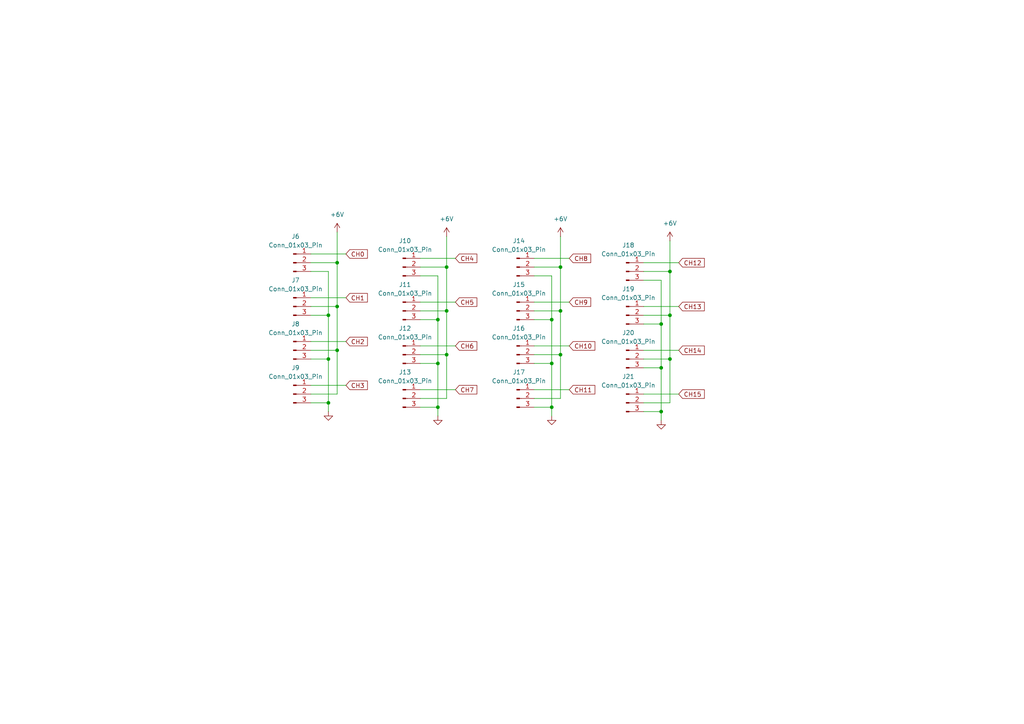
<source format=kicad_sch>
(kicad_sch
	(version 20231120)
	(generator "eeschema")
	(generator_version "8.0")
	(uuid "6b7aca81-24cc-47cc-8b03-5e592a982e18")
	(paper "A4")
	(lib_symbols
		(symbol "Connector:Conn_01x03_Pin"
			(pin_names
				(offset 1.016) hide)
			(exclude_from_sim no)
			(in_bom yes)
			(on_board yes)
			(property "Reference" "J"
				(at 0 5.08 0)
				(effects
					(font
						(size 1.27 1.27)
					)
				)
			)
			(property "Value" "Conn_01x03_Pin"
				(at 0 -5.08 0)
				(effects
					(font
						(size 1.27 1.27)
					)
				)
			)
			(property "Footprint" ""
				(at 0 0 0)
				(effects
					(font
						(size 1.27 1.27)
					)
					(hide yes)
				)
			)
			(property "Datasheet" "~"
				(at 0 0 0)
				(effects
					(font
						(size 1.27 1.27)
					)
					(hide yes)
				)
			)
			(property "Description" "Generic connector, single row, 01x03, script generated"
				(at 0 0 0)
				(effects
					(font
						(size 1.27 1.27)
					)
					(hide yes)
				)
			)
			(property "ki_locked" ""
				(at 0 0 0)
				(effects
					(font
						(size 1.27 1.27)
					)
				)
			)
			(property "ki_keywords" "connector"
				(at 0 0 0)
				(effects
					(font
						(size 1.27 1.27)
					)
					(hide yes)
				)
			)
			(property "ki_fp_filters" "Connector*:*_1x??_*"
				(at 0 0 0)
				(effects
					(font
						(size 1.27 1.27)
					)
					(hide yes)
				)
			)
			(symbol "Conn_01x03_Pin_1_1"
				(polyline
					(pts
						(xy 1.27 -2.54) (xy 0.8636 -2.54)
					)
					(stroke
						(width 0.1524)
						(type default)
					)
					(fill
						(type none)
					)
				)
				(polyline
					(pts
						(xy 1.27 0) (xy 0.8636 0)
					)
					(stroke
						(width 0.1524)
						(type default)
					)
					(fill
						(type none)
					)
				)
				(polyline
					(pts
						(xy 1.27 2.54) (xy 0.8636 2.54)
					)
					(stroke
						(width 0.1524)
						(type default)
					)
					(fill
						(type none)
					)
				)
				(rectangle
					(start 0.8636 -2.413)
					(end 0 -2.667)
					(stroke
						(width 0.1524)
						(type default)
					)
					(fill
						(type outline)
					)
				)
				(rectangle
					(start 0.8636 0.127)
					(end 0 -0.127)
					(stroke
						(width 0.1524)
						(type default)
					)
					(fill
						(type outline)
					)
				)
				(rectangle
					(start 0.8636 2.667)
					(end 0 2.413)
					(stroke
						(width 0.1524)
						(type default)
					)
					(fill
						(type outline)
					)
				)
				(pin passive line
					(at 5.08 2.54 180)
					(length 3.81)
					(name "Pin_1"
						(effects
							(font
								(size 1.27 1.27)
							)
						)
					)
					(number "1"
						(effects
							(font
								(size 1.27 1.27)
							)
						)
					)
				)
				(pin passive line
					(at 5.08 0 180)
					(length 3.81)
					(name "Pin_2"
						(effects
							(font
								(size 1.27 1.27)
							)
						)
					)
					(number "2"
						(effects
							(font
								(size 1.27 1.27)
							)
						)
					)
				)
				(pin passive line
					(at 5.08 -2.54 180)
					(length 3.81)
					(name "Pin_3"
						(effects
							(font
								(size 1.27 1.27)
							)
						)
					)
					(number "3"
						(effects
							(font
								(size 1.27 1.27)
							)
						)
					)
				)
			)
		)
		(symbol "power:+6V"
			(power)
			(pin_numbers hide)
			(pin_names
				(offset 0) hide)
			(exclude_from_sim no)
			(in_bom yes)
			(on_board yes)
			(property "Reference" "#PWR"
				(at 0 -3.81 0)
				(effects
					(font
						(size 1.27 1.27)
					)
					(hide yes)
				)
			)
			(property "Value" "+6V"
				(at 0 3.556 0)
				(effects
					(font
						(size 1.27 1.27)
					)
				)
			)
			(property "Footprint" ""
				(at 0 0 0)
				(effects
					(font
						(size 1.27 1.27)
					)
					(hide yes)
				)
			)
			(property "Datasheet" ""
				(at 0 0 0)
				(effects
					(font
						(size 1.27 1.27)
					)
					(hide yes)
				)
			)
			(property "Description" "Power symbol creates a global label with name \"+6V\""
				(at 0 0 0)
				(effects
					(font
						(size 1.27 1.27)
					)
					(hide yes)
				)
			)
			(property "ki_keywords" "global power"
				(at 0 0 0)
				(effects
					(font
						(size 1.27 1.27)
					)
					(hide yes)
				)
			)
			(symbol "+6V_0_1"
				(polyline
					(pts
						(xy -0.762 1.27) (xy 0 2.54)
					)
					(stroke
						(width 0)
						(type default)
					)
					(fill
						(type none)
					)
				)
				(polyline
					(pts
						(xy 0 0) (xy 0 2.54)
					)
					(stroke
						(width 0)
						(type default)
					)
					(fill
						(type none)
					)
				)
				(polyline
					(pts
						(xy 0 2.54) (xy 0.762 1.27)
					)
					(stroke
						(width 0)
						(type default)
					)
					(fill
						(type none)
					)
				)
			)
			(symbol "+6V_1_1"
				(pin power_in line
					(at 0 0 90)
					(length 0)
					(name "~"
						(effects
							(font
								(size 1.27 1.27)
							)
						)
					)
					(number "1"
						(effects
							(font
								(size 1.27 1.27)
							)
						)
					)
				)
			)
		)
		(symbol "power:GND"
			(power)
			(pin_numbers hide)
			(pin_names
				(offset 0) hide)
			(exclude_from_sim no)
			(in_bom yes)
			(on_board yes)
			(property "Reference" "#PWR"
				(at 0 -6.35 0)
				(effects
					(font
						(size 1.27 1.27)
					)
					(hide yes)
				)
			)
			(property "Value" "GND"
				(at 0 -3.81 0)
				(effects
					(font
						(size 1.27 1.27)
					)
				)
			)
			(property "Footprint" ""
				(at 0 0 0)
				(effects
					(font
						(size 1.27 1.27)
					)
					(hide yes)
				)
			)
			(property "Datasheet" ""
				(at 0 0 0)
				(effects
					(font
						(size 1.27 1.27)
					)
					(hide yes)
				)
			)
			(property "Description" "Power symbol creates a global label with name \"GND\" , ground"
				(at 0 0 0)
				(effects
					(font
						(size 1.27 1.27)
					)
					(hide yes)
				)
			)
			(property "ki_keywords" "global power"
				(at 0 0 0)
				(effects
					(font
						(size 1.27 1.27)
					)
					(hide yes)
				)
			)
			(symbol "GND_0_1"
				(polyline
					(pts
						(xy 0 0) (xy 0 -1.27) (xy 1.27 -1.27) (xy 0 -2.54) (xy -1.27 -1.27) (xy 0 -1.27)
					)
					(stroke
						(width 0)
						(type default)
					)
					(fill
						(type none)
					)
				)
			)
			(symbol "GND_1_1"
				(pin power_in line
					(at 0 0 270)
					(length 0)
					(name "~"
						(effects
							(font
								(size 1.27 1.27)
							)
						)
					)
					(number "1"
						(effects
							(font
								(size 1.27 1.27)
							)
						)
					)
				)
			)
		)
	)
	(junction
		(at 129.54 90.17)
		(diameter 0)
		(color 0 0 0 0)
		(uuid "03e6de5c-44c2-41e8-a3b8-894ad6a2f10e")
	)
	(junction
		(at 97.79 88.9)
		(diameter 0)
		(color 0 0 0 0)
		(uuid "06573912-7cf9-457f-97ed-35c270603307")
	)
	(junction
		(at 162.56 90.17)
		(diameter 0)
		(color 0 0 0 0)
		(uuid "17db8ce2-67e2-4178-9c06-737b143704c9")
	)
	(junction
		(at 191.77 106.68)
		(diameter 0)
		(color 0 0 0 0)
		(uuid "1a55b18c-9327-4086-b938-e34cd5a6226b")
	)
	(junction
		(at 127 92.71)
		(diameter 0)
		(color 0 0 0 0)
		(uuid "3f89f6e1-421c-45e1-a97a-8bd454bd4a40")
	)
	(junction
		(at 162.56 77.47)
		(diameter 0)
		(color 0 0 0 0)
		(uuid "62dacb6b-daa6-43a4-9385-be56abac56d1")
	)
	(junction
		(at 194.31 91.44)
		(diameter 0)
		(color 0 0 0 0)
		(uuid "64e6b948-8940-42ea-a1f1-22915447597b")
	)
	(junction
		(at 191.77 93.98)
		(diameter 0)
		(color 0 0 0 0)
		(uuid "6a10b171-f1d8-41ba-b1e2-c319e40d4821")
	)
	(junction
		(at 194.31 78.74)
		(diameter 0)
		(color 0 0 0 0)
		(uuid "72203160-e99c-472e-9de7-9b8b48f745eb")
	)
	(junction
		(at 160.02 105.41)
		(diameter 0)
		(color 0 0 0 0)
		(uuid "76ff6d1c-5ff1-4e23-aad0-e1699edd190f")
	)
	(junction
		(at 129.54 77.47)
		(diameter 0)
		(color 0 0 0 0)
		(uuid "88670584-c6a0-426a-bc8b-9ee06f889b6e")
	)
	(junction
		(at 127 105.41)
		(diameter 0)
		(color 0 0 0 0)
		(uuid "95e17d19-65f0-4c05-a4c8-54de59b8616b")
	)
	(junction
		(at 97.79 101.6)
		(diameter 0)
		(color 0 0 0 0)
		(uuid "96290b5e-5030-440a-a69c-1793c930bd48")
	)
	(junction
		(at 97.79 76.2)
		(diameter 0)
		(color 0 0 0 0)
		(uuid "9cc17002-9ed3-4694-a0f9-f384831abdec")
	)
	(junction
		(at 160.02 118.11)
		(diameter 0)
		(color 0 0 0 0)
		(uuid "a299a714-b7af-4de6-b380-1dbf0b3e8679")
	)
	(junction
		(at 194.31 104.14)
		(diameter 0)
		(color 0 0 0 0)
		(uuid "a4c7e1ec-bc30-41ad-b566-203a1a2a87fb")
	)
	(junction
		(at 95.25 116.84)
		(diameter 0)
		(color 0 0 0 0)
		(uuid "a7fa8055-094c-49c7-bafb-e17c9baa5a58")
	)
	(junction
		(at 191.77 119.38)
		(diameter 0)
		(color 0 0 0 0)
		(uuid "b6cec0f6-9a01-489f-8dab-0af4cd178b70")
	)
	(junction
		(at 160.02 92.71)
		(diameter 0)
		(color 0 0 0 0)
		(uuid "c5e4367a-f250-4a03-87ee-00380daf274d")
	)
	(junction
		(at 162.56 102.87)
		(diameter 0)
		(color 0 0 0 0)
		(uuid "c64351a7-932c-419b-b74b-d87acfd0936b")
	)
	(junction
		(at 127 118.11)
		(diameter 0)
		(color 0 0 0 0)
		(uuid "d15ec046-6add-435d-bbce-04a26e62c765")
	)
	(junction
		(at 95.25 91.44)
		(diameter 0)
		(color 0 0 0 0)
		(uuid "d2873500-2323-436f-a455-16f49a284630")
	)
	(junction
		(at 95.25 104.14)
		(diameter 0)
		(color 0 0 0 0)
		(uuid "dc377d8f-bfc6-41d6-9463-e9476db68ae9")
	)
	(junction
		(at 129.54 102.87)
		(diameter 0)
		(color 0 0 0 0)
		(uuid "f9cb9ae9-d9fc-4294-9db2-9ae10282bdd4")
	)
	(wire
		(pts
			(xy 127 92.71) (xy 127 105.41)
		)
		(stroke
			(width 0)
			(type default)
		)
		(uuid "054ec96a-89f7-43f9-8849-2fa2903a359f")
	)
	(wire
		(pts
			(xy 121.92 100.33) (xy 132.08 100.33)
		)
		(stroke
			(width 0)
			(type default)
		)
		(uuid "0711913e-919d-4d6f-a6b0-f2ee8e56a101")
	)
	(wire
		(pts
			(xy 186.69 119.38) (xy 191.77 119.38)
		)
		(stroke
			(width 0)
			(type default)
		)
		(uuid "0d8af804-ca05-4ba8-9fca-2cb34756c4e2")
	)
	(wire
		(pts
			(xy 90.17 86.36) (xy 100.33 86.36)
		)
		(stroke
			(width 0)
			(type default)
		)
		(uuid "0ed98738-aaa3-4ac8-b3cc-f5f6210e68e9")
	)
	(wire
		(pts
			(xy 162.56 102.87) (xy 162.56 90.17)
		)
		(stroke
			(width 0)
			(type default)
		)
		(uuid "0f39468c-5fc8-4257-aff6-e3912752b4e8")
	)
	(wire
		(pts
			(xy 186.69 114.3) (xy 196.85 114.3)
		)
		(stroke
			(width 0)
			(type default)
		)
		(uuid "0fabfd96-94ab-4f27-a5d1-cbb8c947857b")
	)
	(wire
		(pts
			(xy 90.17 73.66) (xy 100.33 73.66)
		)
		(stroke
			(width 0)
			(type default)
		)
		(uuid "12f0ee62-e97a-490d-a376-6060c49ad005")
	)
	(wire
		(pts
			(xy 154.94 77.47) (xy 162.56 77.47)
		)
		(stroke
			(width 0)
			(type default)
		)
		(uuid "17d31a5c-e8be-4969-8e42-a81948902a49")
	)
	(wire
		(pts
			(xy 194.31 116.84) (xy 194.31 104.14)
		)
		(stroke
			(width 0)
			(type default)
		)
		(uuid "1f3f0b74-36e3-4d48-b8fb-14e6d945db30")
	)
	(wire
		(pts
			(xy 90.17 88.9) (xy 97.79 88.9)
		)
		(stroke
			(width 0)
			(type default)
		)
		(uuid "23602e2b-cc63-4393-8678-5b1ffe13a421")
	)
	(wire
		(pts
			(xy 90.17 116.84) (xy 95.25 116.84)
		)
		(stroke
			(width 0)
			(type default)
		)
		(uuid "25bd309d-a77d-43d8-93a7-9b99f778bbbc")
	)
	(wire
		(pts
			(xy 95.25 78.74) (xy 95.25 91.44)
		)
		(stroke
			(width 0)
			(type default)
		)
		(uuid "2c128cab-eec4-4b94-b331-117611b91f1a")
	)
	(wire
		(pts
			(xy 121.92 87.63) (xy 132.08 87.63)
		)
		(stroke
			(width 0)
			(type default)
		)
		(uuid "2d8aaf9a-2636-480d-8b2d-ee1e2e1add23")
	)
	(wire
		(pts
			(xy 154.94 87.63) (xy 165.1 87.63)
		)
		(stroke
			(width 0)
			(type default)
		)
		(uuid "35698a28-9e0d-470a-83e6-6d7f29b3ccb2")
	)
	(wire
		(pts
			(xy 121.92 118.11) (xy 127 118.11)
		)
		(stroke
			(width 0)
			(type default)
		)
		(uuid "366d1220-c418-4239-b66d-5875ede076bf")
	)
	(wire
		(pts
			(xy 186.69 78.74) (xy 194.31 78.74)
		)
		(stroke
			(width 0)
			(type default)
		)
		(uuid "3ccdcbd0-cfdb-468f-8e77-1a4191d0fa0c")
	)
	(wire
		(pts
			(xy 95.25 91.44) (xy 95.25 104.14)
		)
		(stroke
			(width 0)
			(type default)
		)
		(uuid "3d6faa55-c88e-4f4b-bcaf-3793fa9a1833")
	)
	(wire
		(pts
			(xy 186.69 104.14) (xy 194.31 104.14)
		)
		(stroke
			(width 0)
			(type default)
		)
		(uuid "3f14ebf8-bf12-488e-b334-043678ae18c1")
	)
	(wire
		(pts
			(xy 186.69 88.9) (xy 196.85 88.9)
		)
		(stroke
			(width 0)
			(type default)
		)
		(uuid "41984c52-d7f0-4e5d-85f2-58fcd71043b9")
	)
	(wire
		(pts
			(xy 154.94 80.01) (xy 160.02 80.01)
		)
		(stroke
			(width 0)
			(type default)
		)
		(uuid "41b9aca0-8a4e-4b43-8706-34cc6361b8e2")
	)
	(wire
		(pts
			(xy 186.69 81.28) (xy 191.77 81.28)
		)
		(stroke
			(width 0)
			(type default)
		)
		(uuid "41d88317-305c-4f36-b150-9b345e2aeefa")
	)
	(wire
		(pts
			(xy 97.79 101.6) (xy 97.79 88.9)
		)
		(stroke
			(width 0)
			(type default)
		)
		(uuid "4391aa8c-940b-4e11-aefc-3efb56888cc6")
	)
	(wire
		(pts
			(xy 97.79 114.3) (xy 97.79 101.6)
		)
		(stroke
			(width 0)
			(type default)
		)
		(uuid "454bda98-175c-4dea-9f7a-3cd4fb497786")
	)
	(wire
		(pts
			(xy 90.17 114.3) (xy 97.79 114.3)
		)
		(stroke
			(width 0)
			(type default)
		)
		(uuid "484d5512-6e2f-4ddb-876f-63586090d154")
	)
	(wire
		(pts
			(xy 129.54 102.87) (xy 129.54 90.17)
		)
		(stroke
			(width 0)
			(type default)
		)
		(uuid "4e8212d2-7ec5-4a8d-ac01-24951675aa04")
	)
	(wire
		(pts
			(xy 191.77 93.98) (xy 191.77 106.68)
		)
		(stroke
			(width 0)
			(type default)
		)
		(uuid "4ee42b7c-927b-4066-ac8f-72da8e6be86c")
	)
	(wire
		(pts
			(xy 129.54 115.57) (xy 129.54 102.87)
		)
		(stroke
			(width 0)
			(type default)
		)
		(uuid "4f117639-afb3-4c4e-8bd2-01da53973b70")
	)
	(wire
		(pts
			(xy 160.02 92.71) (xy 160.02 105.41)
		)
		(stroke
			(width 0)
			(type default)
		)
		(uuid "50b71a9c-461f-4d73-878e-f4db1f1a6853")
	)
	(wire
		(pts
			(xy 121.92 77.47) (xy 129.54 77.47)
		)
		(stroke
			(width 0)
			(type default)
		)
		(uuid "5216ae10-368e-4983-9077-1ada16547175")
	)
	(wire
		(pts
			(xy 127 105.41) (xy 127 118.11)
		)
		(stroke
			(width 0)
			(type default)
		)
		(uuid "5cdbf2af-a606-4ca1-a709-7c2f996d9c93")
	)
	(wire
		(pts
			(xy 95.25 104.14) (xy 95.25 116.84)
		)
		(stroke
			(width 0)
			(type default)
		)
		(uuid "5d7f37ca-5347-4f69-abaf-0a3305d07f13")
	)
	(wire
		(pts
			(xy 154.94 100.33) (xy 165.1 100.33)
		)
		(stroke
			(width 0)
			(type default)
		)
		(uuid "646e981c-ee41-472e-b789-a319d8efd29b")
	)
	(wire
		(pts
			(xy 97.79 76.2) (xy 97.79 67.31)
		)
		(stroke
			(width 0)
			(type default)
		)
		(uuid "6b057938-c853-4a9c-aaf8-f0aaf20362b0")
	)
	(wire
		(pts
			(xy 90.17 101.6) (xy 97.79 101.6)
		)
		(stroke
			(width 0)
			(type default)
		)
		(uuid "7a8ec000-638b-42a1-a95a-931be03e9244")
	)
	(wire
		(pts
			(xy 154.94 118.11) (xy 160.02 118.11)
		)
		(stroke
			(width 0)
			(type default)
		)
		(uuid "7eb37af7-d818-4611-8506-688a501f5bd4")
	)
	(wire
		(pts
			(xy 154.94 113.03) (xy 165.1 113.03)
		)
		(stroke
			(width 0)
			(type default)
		)
		(uuid "8087196b-bdc6-4204-a67b-3207ecbec074")
	)
	(wire
		(pts
			(xy 121.92 105.41) (xy 127 105.41)
		)
		(stroke
			(width 0)
			(type default)
		)
		(uuid "84a64b27-ba58-48f3-a394-889a9063ffb5")
	)
	(wire
		(pts
			(xy 90.17 111.76) (xy 100.33 111.76)
		)
		(stroke
			(width 0)
			(type default)
		)
		(uuid "8abfbdae-3864-4106-9e70-d9c7fb7704a7")
	)
	(wire
		(pts
			(xy 121.92 74.93) (xy 132.08 74.93)
		)
		(stroke
			(width 0)
			(type default)
		)
		(uuid "9401016a-4645-4b7c-98c7-fa5c36d6f416")
	)
	(wire
		(pts
			(xy 121.92 113.03) (xy 132.08 113.03)
		)
		(stroke
			(width 0)
			(type default)
		)
		(uuid "959e6d97-75d2-4d6b-bc27-82c6907e235a")
	)
	(wire
		(pts
			(xy 154.94 102.87) (xy 162.56 102.87)
		)
		(stroke
			(width 0)
			(type default)
		)
		(uuid "9a9ef16d-8b67-4d61-b779-6cfacbc5b52b")
	)
	(wire
		(pts
			(xy 121.92 115.57) (xy 129.54 115.57)
		)
		(stroke
			(width 0)
			(type default)
		)
		(uuid "9bfd7ad7-1d6b-477b-9c90-cb586889bcaf")
	)
	(wire
		(pts
			(xy 154.94 115.57) (xy 162.56 115.57)
		)
		(stroke
			(width 0)
			(type default)
		)
		(uuid "9c844d96-8848-413c-8960-50e1b132ebd1")
	)
	(wire
		(pts
			(xy 127 80.01) (xy 127 92.71)
		)
		(stroke
			(width 0)
			(type default)
		)
		(uuid "9e8b5372-81ab-4b1d-a68b-9ad59f68fec9")
	)
	(wire
		(pts
			(xy 90.17 76.2) (xy 97.79 76.2)
		)
		(stroke
			(width 0)
			(type default)
		)
		(uuid "a3d42137-2c75-4990-97ab-7d1f105a82db")
	)
	(wire
		(pts
			(xy 186.69 76.2) (xy 196.85 76.2)
		)
		(stroke
			(width 0)
			(type default)
		)
		(uuid "a57d1675-491b-4b70-a67a-962c64d6a8d1")
	)
	(wire
		(pts
			(xy 90.17 99.06) (xy 100.33 99.06)
		)
		(stroke
			(width 0)
			(type default)
		)
		(uuid "a66b31d2-31cd-4c6b-991a-9e86a14b0e38")
	)
	(wire
		(pts
			(xy 162.56 115.57) (xy 162.56 102.87)
		)
		(stroke
			(width 0)
			(type default)
		)
		(uuid "a7f3ad71-b72f-4d83-940e-1d29e2540699")
	)
	(wire
		(pts
			(xy 154.94 74.93) (xy 165.1 74.93)
		)
		(stroke
			(width 0)
			(type default)
		)
		(uuid "a8d173c2-a87e-4438-87b5-4fcf276a8f60")
	)
	(wire
		(pts
			(xy 160.02 80.01) (xy 160.02 92.71)
		)
		(stroke
			(width 0)
			(type default)
		)
		(uuid "ac3b78a5-597b-4d95-bb3e-839c560e78aa")
	)
	(wire
		(pts
			(xy 186.69 93.98) (xy 191.77 93.98)
		)
		(stroke
			(width 0)
			(type default)
		)
		(uuid "b13c2250-626c-4333-a887-a1d485d1fad3")
	)
	(wire
		(pts
			(xy 121.92 90.17) (xy 129.54 90.17)
		)
		(stroke
			(width 0)
			(type default)
		)
		(uuid "b2e4d445-c693-4ec0-bc3b-bf8fa8874444")
	)
	(wire
		(pts
			(xy 90.17 78.74) (xy 95.25 78.74)
		)
		(stroke
			(width 0)
			(type default)
		)
		(uuid "b3067f64-0908-4fa3-a20d-5499b2d4e8b8")
	)
	(wire
		(pts
			(xy 121.92 102.87) (xy 129.54 102.87)
		)
		(stroke
			(width 0)
			(type default)
		)
		(uuid "b35855e1-4c37-4cbf-851e-b245d52c01ba")
	)
	(wire
		(pts
			(xy 162.56 90.17) (xy 162.56 77.47)
		)
		(stroke
			(width 0)
			(type default)
		)
		(uuid "b7e4dbb9-73ac-466d-a7df-82268d56b002")
	)
	(wire
		(pts
			(xy 121.92 92.71) (xy 127 92.71)
		)
		(stroke
			(width 0)
			(type default)
		)
		(uuid "b8a2291f-d8ad-401b-bdc3-5599338653a6")
	)
	(wire
		(pts
			(xy 186.69 116.84) (xy 194.31 116.84)
		)
		(stroke
			(width 0)
			(type default)
		)
		(uuid "b97ab692-2a1c-4531-b5ce-ee5d0cb79506")
	)
	(wire
		(pts
			(xy 194.31 91.44) (xy 194.31 78.74)
		)
		(stroke
			(width 0)
			(type default)
		)
		(uuid "ba51c7de-f147-400b-9d4a-bf9098776154")
	)
	(wire
		(pts
			(xy 194.31 78.74) (xy 194.31 69.85)
		)
		(stroke
			(width 0)
			(type default)
		)
		(uuid "bad644b9-1906-48dc-a81d-c30ff201b4aa")
	)
	(wire
		(pts
			(xy 186.69 91.44) (xy 194.31 91.44)
		)
		(stroke
			(width 0)
			(type default)
		)
		(uuid "bf23ad80-be9a-4de4-8ac0-b947f1f15d1f")
	)
	(wire
		(pts
			(xy 194.31 104.14) (xy 194.31 91.44)
		)
		(stroke
			(width 0)
			(type default)
		)
		(uuid "c1127ff7-c5d6-41f0-91e2-9e03620aa065")
	)
	(wire
		(pts
			(xy 154.94 92.71) (xy 160.02 92.71)
		)
		(stroke
			(width 0)
			(type default)
		)
		(uuid "c45dcbe5-b47a-4491-aa6a-cfe016e10b11")
	)
	(wire
		(pts
			(xy 154.94 105.41) (xy 160.02 105.41)
		)
		(stroke
			(width 0)
			(type default)
		)
		(uuid "cd8e55e3-649d-4883-ae7e-48559a0570ff")
	)
	(wire
		(pts
			(xy 191.77 81.28) (xy 191.77 93.98)
		)
		(stroke
			(width 0)
			(type default)
		)
		(uuid "d147a7ee-40fb-4f31-a3a9-fc5f53db8ef8")
	)
	(wire
		(pts
			(xy 162.56 77.47) (xy 162.56 68.58)
		)
		(stroke
			(width 0)
			(type default)
		)
		(uuid "d190e1dd-3b28-45f1-8eb5-3c99af2b621b")
	)
	(wire
		(pts
			(xy 191.77 119.38) (xy 191.77 121.92)
		)
		(stroke
			(width 0)
			(type default)
		)
		(uuid "d1b97aab-310c-4502-a010-f5617683babc")
	)
	(wire
		(pts
			(xy 129.54 90.17) (xy 129.54 77.47)
		)
		(stroke
			(width 0)
			(type default)
		)
		(uuid "d4ae25cb-2318-4454-ad50-ab62ebaf35f0")
	)
	(wire
		(pts
			(xy 154.94 90.17) (xy 162.56 90.17)
		)
		(stroke
			(width 0)
			(type default)
		)
		(uuid "d78b760d-3833-4cb7-8b1b-433e5b772967")
	)
	(wire
		(pts
			(xy 160.02 105.41) (xy 160.02 118.11)
		)
		(stroke
			(width 0)
			(type default)
		)
		(uuid "d7a65d73-8a25-48c6-ac46-2b45f303dab2")
	)
	(wire
		(pts
			(xy 160.02 118.11) (xy 160.02 120.65)
		)
		(stroke
			(width 0)
			(type default)
		)
		(uuid "d9b1bd9b-5092-404b-8bc9-ed09867a4022")
	)
	(wire
		(pts
			(xy 95.25 116.84) (xy 95.25 119.38)
		)
		(stroke
			(width 0)
			(type default)
		)
		(uuid "da0b81bb-5969-4012-9741-6c6a2cdf4282")
	)
	(wire
		(pts
			(xy 186.69 106.68) (xy 191.77 106.68)
		)
		(stroke
			(width 0)
			(type default)
		)
		(uuid "dd52cc40-4724-4212-b694-a35ac840b427")
	)
	(wire
		(pts
			(xy 191.77 106.68) (xy 191.77 119.38)
		)
		(stroke
			(width 0)
			(type default)
		)
		(uuid "e429687d-f99d-42cb-b325-74e0b6c1784e")
	)
	(wire
		(pts
			(xy 129.54 77.47) (xy 129.54 68.58)
		)
		(stroke
			(width 0)
			(type default)
		)
		(uuid "ecef2df8-e8de-4692-ae77-0d8af7c8d62a")
	)
	(wire
		(pts
			(xy 90.17 104.14) (xy 95.25 104.14)
		)
		(stroke
			(width 0)
			(type default)
		)
		(uuid "f000a2fa-8abf-4e99-a378-2d09241ed85b")
	)
	(wire
		(pts
			(xy 127 118.11) (xy 127 120.65)
		)
		(stroke
			(width 0)
			(type default)
		)
		(uuid "f3c3533d-db2b-423e-8409-5e77fdda0c77")
	)
	(wire
		(pts
			(xy 97.79 88.9) (xy 97.79 76.2)
		)
		(stroke
			(width 0)
			(type default)
		)
		(uuid "f80c8abe-6403-4337-a98d-2a055ade9d99")
	)
	(wire
		(pts
			(xy 186.69 101.6) (xy 196.85 101.6)
		)
		(stroke
			(width 0)
			(type default)
		)
		(uuid "f9561001-1516-4bfc-a013-5d10b6a2ebf1")
	)
	(wire
		(pts
			(xy 121.92 80.01) (xy 127 80.01)
		)
		(stroke
			(width 0)
			(type default)
		)
		(uuid "f9db71dd-e678-46e2-a984-c8aec58aadd5")
	)
	(wire
		(pts
			(xy 90.17 91.44) (xy 95.25 91.44)
		)
		(stroke
			(width 0)
			(type default)
		)
		(uuid "fc7f0955-fbb2-44e1-a534-3ed80a429421")
	)
	(global_label "CH6"
		(shape input)
		(at 132.08 100.33 0)
		(fields_autoplaced yes)
		(effects
			(font
				(size 1.27 1.27)
			)
			(justify left)
		)
		(uuid "050e902c-0efa-4888-9fde-0fed5ff44537")
		(property "Intersheetrefs" "${INTERSHEET_REFS}"
			(at 138.8752 100.33 0)
			(effects
				(font
					(size 1.27 1.27)
				)
				(justify left)
				(hide yes)
			)
		)
	)
	(global_label "CH5"
		(shape input)
		(at 132.08 87.63 0)
		(fields_autoplaced yes)
		(effects
			(font
				(size 1.27 1.27)
			)
			(justify left)
		)
		(uuid "09a4b12d-8459-4fde-8b4b-8272b94d6740")
		(property "Intersheetrefs" "${INTERSHEET_REFS}"
			(at 138.8752 87.63 0)
			(effects
				(font
					(size 1.27 1.27)
				)
				(justify left)
				(hide yes)
			)
		)
	)
	(global_label "CH10"
		(shape input)
		(at 165.1 100.33 0)
		(fields_autoplaced yes)
		(effects
			(font
				(size 1.27 1.27)
			)
			(justify left)
		)
		(uuid "1c9e16de-3dfe-4c20-8915-2b4a46fc900c")
		(property "Intersheetrefs" "${INTERSHEET_REFS}"
			(at 173.1047 100.33 0)
			(effects
				(font
					(size 1.27 1.27)
				)
				(justify left)
				(hide yes)
			)
		)
	)
	(global_label "CH13"
		(shape input)
		(at 196.85 88.9 0)
		(fields_autoplaced yes)
		(effects
			(font
				(size 1.27 1.27)
			)
			(justify left)
		)
		(uuid "312d7b93-1f88-4f7b-90d9-36207e5e8a10")
		(property "Intersheetrefs" "${INTERSHEET_REFS}"
			(at 204.8547 88.9 0)
			(effects
				(font
					(size 1.27 1.27)
				)
				(justify left)
				(hide yes)
			)
		)
	)
	(global_label "CH3"
		(shape input)
		(at 100.33 111.76 0)
		(fields_autoplaced yes)
		(effects
			(font
				(size 1.27 1.27)
			)
			(justify left)
		)
		(uuid "43033b4d-47fb-415f-85d4-e7377b099c35")
		(property "Intersheetrefs" "${INTERSHEET_REFS}"
			(at 107.1252 111.76 0)
			(effects
				(font
					(size 1.27 1.27)
				)
				(justify left)
				(hide yes)
			)
		)
	)
	(global_label "CH1"
		(shape input)
		(at 100.33 86.36 0)
		(fields_autoplaced yes)
		(effects
			(font
				(size 1.27 1.27)
			)
			(justify left)
		)
		(uuid "57166326-7ac5-4881-8374-af80b02a2569")
		(property "Intersheetrefs" "${INTERSHEET_REFS}"
			(at 107.1252 86.36 0)
			(effects
				(font
					(size 1.27 1.27)
				)
				(justify left)
				(hide yes)
			)
		)
	)
	(global_label "CH2"
		(shape input)
		(at 100.33 99.06 0)
		(fields_autoplaced yes)
		(effects
			(font
				(size 1.27 1.27)
			)
			(justify left)
		)
		(uuid "6eacadc2-85cd-4e60-ab51-b574fce094bc")
		(property "Intersheetrefs" "${INTERSHEET_REFS}"
			(at 107.1252 99.06 0)
			(effects
				(font
					(size 1.27 1.27)
				)
				(justify left)
				(hide yes)
			)
		)
	)
	(global_label "CH8"
		(shape input)
		(at 165.1 74.93 0)
		(fields_autoplaced yes)
		(effects
			(font
				(size 1.27 1.27)
			)
			(justify left)
		)
		(uuid "6eb64c57-ea53-4f16-b16f-a7cd4265e43e")
		(property "Intersheetrefs" "${INTERSHEET_REFS}"
			(at 171.8952 74.93 0)
			(effects
				(font
					(size 1.27 1.27)
				)
				(justify left)
				(hide yes)
			)
		)
	)
	(global_label "CH9"
		(shape input)
		(at 165.1 87.63 0)
		(fields_autoplaced yes)
		(effects
			(font
				(size 1.27 1.27)
			)
			(justify left)
		)
		(uuid "7398cd7b-a6c1-42e7-a6ae-5151ea7ddb18")
		(property "Intersheetrefs" "${INTERSHEET_REFS}"
			(at 171.8952 87.63 0)
			(effects
				(font
					(size 1.27 1.27)
				)
				(justify left)
				(hide yes)
			)
		)
	)
	(global_label "CH0"
		(shape input)
		(at 100.33 73.66 0)
		(fields_autoplaced yes)
		(effects
			(font
				(size 1.27 1.27)
			)
			(justify left)
		)
		(uuid "802c5a8b-c782-4d02-ae3c-0734bd07617a")
		(property "Intersheetrefs" "${INTERSHEET_REFS}"
			(at 107.1252 73.66 0)
			(effects
				(font
					(size 1.27 1.27)
				)
				(justify left)
				(hide yes)
			)
		)
	)
	(global_label "CH7"
		(shape input)
		(at 132.08 113.03 0)
		(fields_autoplaced yes)
		(effects
			(font
				(size 1.27 1.27)
			)
			(justify left)
		)
		(uuid "a8a23525-1eaa-4ec1-ac8c-6c81568d1cf4")
		(property "Intersheetrefs" "${INTERSHEET_REFS}"
			(at 138.8752 113.03 0)
			(effects
				(font
					(size 1.27 1.27)
				)
				(justify left)
				(hide yes)
			)
		)
	)
	(global_label "CH12"
		(shape input)
		(at 196.85 76.2 0)
		(fields_autoplaced yes)
		(effects
			(font
				(size 1.27 1.27)
			)
			(justify left)
		)
		(uuid "c198a678-34f2-4a67-988c-570f988cbb0c")
		(property "Intersheetrefs" "${INTERSHEET_REFS}"
			(at 204.8547 76.2 0)
			(effects
				(font
					(size 1.27 1.27)
				)
				(justify left)
				(hide yes)
			)
		)
	)
	(global_label "CH15"
		(shape input)
		(at 196.85 114.3 0)
		(fields_autoplaced yes)
		(effects
			(font
				(size 1.27 1.27)
			)
			(justify left)
		)
		(uuid "cd734534-84b3-447b-867b-ddd75dec26c0")
		(property "Intersheetrefs" "${INTERSHEET_REFS}"
			(at 204.8547 114.3 0)
			(effects
				(font
					(size 1.27 1.27)
				)
				(justify left)
				(hide yes)
			)
		)
	)
	(global_label "CH14"
		(shape input)
		(at 196.85 101.6 0)
		(fields_autoplaced yes)
		(effects
			(font
				(size 1.27 1.27)
			)
			(justify left)
		)
		(uuid "d57c6968-1372-4d3e-b7cc-d3002a506b90")
		(property "Intersheetrefs" "${INTERSHEET_REFS}"
			(at 204.8547 101.6 0)
			(effects
				(font
					(size 1.27 1.27)
				)
				(justify left)
				(hide yes)
			)
		)
	)
	(global_label "CH11"
		(shape input)
		(at 165.1 113.03 0)
		(fields_autoplaced yes)
		(effects
			(font
				(size 1.27 1.27)
			)
			(justify left)
		)
		(uuid "d8f177ff-4098-4b20-9ffb-693f31a30580")
		(property "Intersheetrefs" "${INTERSHEET_REFS}"
			(at 173.1047 113.03 0)
			(effects
				(font
					(size 1.27 1.27)
				)
				(justify left)
				(hide yes)
			)
		)
	)
	(global_label "CH4"
		(shape input)
		(at 132.08 74.93 0)
		(fields_autoplaced yes)
		(effects
			(font
				(size 1.27 1.27)
			)
			(justify left)
		)
		(uuid "dd999a93-3603-4068-bd3c-0d555baf7a8b")
		(property "Intersheetrefs" "${INTERSHEET_REFS}"
			(at 138.8752 74.93 0)
			(effects
				(font
					(size 1.27 1.27)
				)
				(justify left)
				(hide yes)
			)
		)
	)
	(symbol
		(lib_id "Connector:Conn_01x03_Pin")
		(at 149.86 90.17 0)
		(unit 1)
		(exclude_from_sim no)
		(in_bom yes)
		(on_board yes)
		(dnp no)
		(fields_autoplaced yes)
		(uuid "03892805-e89d-4b00-8c6c-be3c2c383355")
		(property "Reference" "J15"
			(at 150.495 82.55 0)
			(effects
				(font
					(size 1.27 1.27)
				)
			)
		)
		(property "Value" "Conn_01x03_Pin"
			(at 150.495 85.09 0)
			(effects
				(font
					(size 1.27 1.27)
				)
			)
		)
		(property "Footprint" "Connector_PinHeader_2.54mm:PinHeader_1x03_P2.54mm_Vertical"
			(at 149.86 90.17 0)
			(effects
				(font
					(size 1.27 1.27)
				)
				(hide yes)
			)
		)
		(property "Datasheet" "~"
			(at 149.86 90.17 0)
			(effects
				(font
					(size 1.27 1.27)
				)
				(hide yes)
			)
		)
		(property "Description" "Generic connector, single row, 01x03, script generated"
			(at 149.86 90.17 0)
			(effects
				(font
					(size 1.27 1.27)
				)
				(hide yes)
			)
		)
		(pin "1"
			(uuid "dede92b1-4fb2-4f52-92ee-815d49b94142")
		)
		(pin "3"
			(uuid "c309df6e-2887-4905-8453-859324525191")
		)
		(pin "2"
			(uuid "ab8e6918-001b-4e50-ae03-501867d97727")
		)
		(instances
			(project "V1.02"
				(path "/9f0161d0-326e-4ea6-b280-8727e2fd4ed6/6b727dae-a70b-453b-8b1f-da46e2ec11b0"
					(reference "J15")
					(unit 1)
				)
			)
		)
	)
	(symbol
		(lib_id "Connector:Conn_01x03_Pin")
		(at 116.84 77.47 0)
		(unit 1)
		(exclude_from_sim no)
		(in_bom yes)
		(on_board yes)
		(dnp no)
		(fields_autoplaced yes)
		(uuid "0d0ecac6-e70d-43d7-bcd4-b6d1f8095ff0")
		(property "Reference" "J10"
			(at 117.475 69.85 0)
			(effects
				(font
					(size 1.27 1.27)
				)
			)
		)
		(property "Value" "Conn_01x03_Pin"
			(at 117.475 72.39 0)
			(effects
				(font
					(size 1.27 1.27)
				)
			)
		)
		(property "Footprint" "Connector_PinHeader_2.54mm:PinHeader_1x03_P2.54mm_Vertical"
			(at 116.84 77.47 0)
			(effects
				(font
					(size 1.27 1.27)
				)
				(hide yes)
			)
		)
		(property "Datasheet" "~"
			(at 116.84 77.47 0)
			(effects
				(font
					(size 1.27 1.27)
				)
				(hide yes)
			)
		)
		(property "Description" "Generic connector, single row, 01x03, script generated"
			(at 116.84 77.47 0)
			(effects
				(font
					(size 1.27 1.27)
				)
				(hide yes)
			)
		)
		(pin "1"
			(uuid "99ba0733-8233-49be-a984-4095ec7a41ab")
		)
		(pin "3"
			(uuid "89c53b5f-86f1-42ed-a09f-e00738a09e88")
		)
		(pin "2"
			(uuid "540a03b5-7a7f-4a6f-a2e6-0b35331c7360")
		)
		(instances
			(project "V1.02"
				(path "/9f0161d0-326e-4ea6-b280-8727e2fd4ed6/6b727dae-a70b-453b-8b1f-da46e2ec11b0"
					(reference "J10")
					(unit 1)
				)
			)
		)
	)
	(symbol
		(lib_id "Connector:Conn_01x03_Pin")
		(at 181.61 78.74 0)
		(unit 1)
		(exclude_from_sim no)
		(in_bom yes)
		(on_board yes)
		(dnp no)
		(fields_autoplaced yes)
		(uuid "19bced22-e90f-4b98-acbe-75419957a56b")
		(property "Reference" "J18"
			(at 182.245 71.12 0)
			(effects
				(font
					(size 1.27 1.27)
				)
			)
		)
		(property "Value" "Conn_01x03_Pin"
			(at 182.245 73.66 0)
			(effects
				(font
					(size 1.27 1.27)
				)
			)
		)
		(property "Footprint" "Connector_PinHeader_2.54mm:PinHeader_1x03_P2.54mm_Vertical"
			(at 181.61 78.74 0)
			(effects
				(font
					(size 1.27 1.27)
				)
				(hide yes)
			)
		)
		(property "Datasheet" "~"
			(at 181.61 78.74 0)
			(effects
				(font
					(size 1.27 1.27)
				)
				(hide yes)
			)
		)
		(property "Description" "Generic connector, single row, 01x03, script generated"
			(at 181.61 78.74 0)
			(effects
				(font
					(size 1.27 1.27)
				)
				(hide yes)
			)
		)
		(pin "1"
			(uuid "c00ef8a0-fb9a-4a76-92cc-1772fa9ba513")
		)
		(pin "3"
			(uuid "25b67b93-2b43-4f36-8463-45c9cfac4757")
		)
		(pin "2"
			(uuid "eca0c501-c1ee-4947-bfcf-e0357e228317")
		)
		(instances
			(project "V1.02"
				(path "/9f0161d0-326e-4ea6-b280-8727e2fd4ed6/6b727dae-a70b-453b-8b1f-da46e2ec11b0"
					(reference "J18")
					(unit 1)
				)
			)
		)
	)
	(symbol
		(lib_id "power:+6V")
		(at 97.79 67.31 0)
		(unit 1)
		(exclude_from_sim no)
		(in_bom yes)
		(on_board yes)
		(dnp no)
		(fields_autoplaced yes)
		(uuid "38e52d1f-aacf-4f69-8c08-31e4330edbf2")
		(property "Reference" "#PWR039"
			(at 97.79 71.12 0)
			(effects
				(font
					(size 1.27 1.27)
				)
				(hide yes)
			)
		)
		(property "Value" "+6V"
			(at 97.79 62.23 0)
			(effects
				(font
					(size 1.27 1.27)
				)
			)
		)
		(property "Footprint" ""
			(at 97.79 67.31 0)
			(effects
				(font
					(size 1.27 1.27)
				)
				(hide yes)
			)
		)
		(property "Datasheet" ""
			(at 97.79 67.31 0)
			(effects
				(font
					(size 1.27 1.27)
				)
				(hide yes)
			)
		)
		(property "Description" "Power symbol creates a global label with name \"+6V\""
			(at 97.79 67.31 0)
			(effects
				(font
					(size 1.27 1.27)
				)
				(hide yes)
			)
		)
		(pin "1"
			(uuid "f3ccca73-ce06-409c-aa7b-e333ee618014")
		)
		(instances
			(project ""
				(path "/9f0161d0-326e-4ea6-b280-8727e2fd4ed6/6b727dae-a70b-453b-8b1f-da46e2ec11b0"
					(reference "#PWR039")
					(unit 1)
				)
			)
		)
	)
	(symbol
		(lib_id "power:GND")
		(at 95.25 119.38 0)
		(unit 1)
		(exclude_from_sim no)
		(in_bom yes)
		(on_board yes)
		(dnp no)
		(fields_autoplaced yes)
		(uuid "3efdce3a-9c93-4f0e-b970-21b95ecc9cef")
		(property "Reference" "#PWR038"
			(at 95.25 125.73 0)
			(effects
				(font
					(size 1.27 1.27)
				)
				(hide yes)
			)
		)
		(property "Value" "GND"
			(at 95.25 124.46 0)
			(effects
				(font
					(size 1.27 1.27)
				)
				(hide yes)
			)
		)
		(property "Footprint" ""
			(at 95.25 119.38 0)
			(effects
				(font
					(size 1.27 1.27)
				)
				(hide yes)
			)
		)
		(property "Datasheet" ""
			(at 95.25 119.38 0)
			(effects
				(font
					(size 1.27 1.27)
				)
				(hide yes)
			)
		)
		(property "Description" "Power symbol creates a global label with name \"GND\" , ground"
			(at 95.25 119.38 0)
			(effects
				(font
					(size 1.27 1.27)
				)
				(hide yes)
			)
		)
		(pin "1"
			(uuid "7a45edfe-e924-424b-bc92-0928a90f3601")
		)
		(instances
			(project "V1.02"
				(path "/9f0161d0-326e-4ea6-b280-8727e2fd4ed6/6b727dae-a70b-453b-8b1f-da46e2ec11b0"
					(reference "#PWR038")
					(unit 1)
				)
			)
		)
	)
	(symbol
		(lib_id "power:GND")
		(at 160.02 120.65 0)
		(unit 1)
		(exclude_from_sim no)
		(in_bom yes)
		(on_board yes)
		(dnp no)
		(fields_autoplaced yes)
		(uuid "4ab7332e-2d59-416b-9fc0-03e374054147")
		(property "Reference" "#PWR042"
			(at 160.02 127 0)
			(effects
				(font
					(size 1.27 1.27)
				)
				(hide yes)
			)
		)
		(property "Value" "GND"
			(at 160.02 125.73 0)
			(effects
				(font
					(size 1.27 1.27)
				)
				(hide yes)
			)
		)
		(property "Footprint" ""
			(at 160.02 120.65 0)
			(effects
				(font
					(size 1.27 1.27)
				)
				(hide yes)
			)
		)
		(property "Datasheet" ""
			(at 160.02 120.65 0)
			(effects
				(font
					(size 1.27 1.27)
				)
				(hide yes)
			)
		)
		(property "Description" "Power symbol creates a global label with name \"GND\" , ground"
			(at 160.02 120.65 0)
			(effects
				(font
					(size 1.27 1.27)
				)
				(hide yes)
			)
		)
		(pin "1"
			(uuid "91039357-f7f5-4ce4-9d64-754d1e3b4ed0")
		)
		(instances
			(project "V1.02"
				(path "/9f0161d0-326e-4ea6-b280-8727e2fd4ed6/6b727dae-a70b-453b-8b1f-da46e2ec11b0"
					(reference "#PWR042")
					(unit 1)
				)
			)
		)
	)
	(symbol
		(lib_id "power:GND")
		(at 191.77 121.92 0)
		(unit 1)
		(exclude_from_sim no)
		(in_bom yes)
		(on_board yes)
		(dnp no)
		(fields_autoplaced yes)
		(uuid "512d8ac2-fce5-4996-b0dd-35f8a1784ece")
		(property "Reference" "#PWR044"
			(at 191.77 128.27 0)
			(effects
				(font
					(size 1.27 1.27)
				)
				(hide yes)
			)
		)
		(property "Value" "GND"
			(at 191.77 127 0)
			(effects
				(font
					(size 1.27 1.27)
				)
				(hide yes)
			)
		)
		(property "Footprint" ""
			(at 191.77 121.92 0)
			(effects
				(font
					(size 1.27 1.27)
				)
				(hide yes)
			)
		)
		(property "Datasheet" ""
			(at 191.77 121.92 0)
			(effects
				(font
					(size 1.27 1.27)
				)
				(hide yes)
			)
		)
		(property "Description" "Power symbol creates a global label with name \"GND\" , ground"
			(at 191.77 121.92 0)
			(effects
				(font
					(size 1.27 1.27)
				)
				(hide yes)
			)
		)
		(pin "1"
			(uuid "80ce37e9-1a09-4c5d-bd81-7ecf12c8c2c8")
		)
		(instances
			(project "V1.02"
				(path "/9f0161d0-326e-4ea6-b280-8727e2fd4ed6/6b727dae-a70b-453b-8b1f-da46e2ec11b0"
					(reference "#PWR044")
					(unit 1)
				)
			)
		)
	)
	(symbol
		(lib_id "Connector:Conn_01x03_Pin")
		(at 116.84 90.17 0)
		(unit 1)
		(exclude_from_sim no)
		(in_bom yes)
		(on_board yes)
		(dnp no)
		(fields_autoplaced yes)
		(uuid "52a8c6bc-0833-47cb-aad2-beecb1782f0a")
		(property "Reference" "J11"
			(at 117.475 82.55 0)
			(effects
				(font
					(size 1.27 1.27)
				)
			)
		)
		(property "Value" "Conn_01x03_Pin"
			(at 117.475 85.09 0)
			(effects
				(font
					(size 1.27 1.27)
				)
			)
		)
		(property "Footprint" "Connector_PinHeader_2.54mm:PinHeader_1x03_P2.54mm_Vertical"
			(at 116.84 90.17 0)
			(effects
				(font
					(size 1.27 1.27)
				)
				(hide yes)
			)
		)
		(property "Datasheet" "~"
			(at 116.84 90.17 0)
			(effects
				(font
					(size 1.27 1.27)
				)
				(hide yes)
			)
		)
		(property "Description" "Generic connector, single row, 01x03, script generated"
			(at 116.84 90.17 0)
			(effects
				(font
					(size 1.27 1.27)
				)
				(hide yes)
			)
		)
		(pin "1"
			(uuid "f0ff5f9b-2b8f-4777-88cb-582290932dd7")
		)
		(pin "3"
			(uuid "53ffae63-5c58-42c4-9943-2cb90fd1a7ee")
		)
		(pin "2"
			(uuid "4735be3b-95ee-4477-be85-1e00cf849679")
		)
		(instances
			(project "V1.02"
				(path "/9f0161d0-326e-4ea6-b280-8727e2fd4ed6/6b727dae-a70b-453b-8b1f-da46e2ec11b0"
					(reference "J11")
					(unit 1)
				)
			)
		)
	)
	(symbol
		(lib_id "Connector:Conn_01x03_Pin")
		(at 85.09 101.6 0)
		(unit 1)
		(exclude_from_sim no)
		(in_bom yes)
		(on_board yes)
		(dnp no)
		(fields_autoplaced yes)
		(uuid "5fd6a6ad-868d-4a7e-a1ab-225f5fe82917")
		(property "Reference" "J8"
			(at 85.725 93.98 0)
			(effects
				(font
					(size 1.27 1.27)
				)
			)
		)
		(property "Value" "Conn_01x03_Pin"
			(at 85.725 96.52 0)
			(effects
				(font
					(size 1.27 1.27)
				)
			)
		)
		(property "Footprint" "Connector_PinHeader_2.54mm:PinHeader_1x03_P2.54mm_Vertical"
			(at 85.09 101.6 0)
			(effects
				(font
					(size 1.27 1.27)
				)
				(hide yes)
			)
		)
		(property "Datasheet" "~"
			(at 85.09 101.6 0)
			(effects
				(font
					(size 1.27 1.27)
				)
				(hide yes)
			)
		)
		(property "Description" "Generic connector, single row, 01x03, script generated"
			(at 85.09 101.6 0)
			(effects
				(font
					(size 1.27 1.27)
				)
				(hide yes)
			)
		)
		(pin "1"
			(uuid "64dbc60b-ebb1-4510-a0cf-b16e7d5f5f0d")
		)
		(pin "3"
			(uuid "640a0908-2f24-468c-985a-34238d5f381b")
		)
		(pin "2"
			(uuid "e0e6b9c6-37d4-4da2-93e6-52e6975e4ea5")
		)
		(instances
			(project "V1.02"
				(path "/9f0161d0-326e-4ea6-b280-8727e2fd4ed6/6b727dae-a70b-453b-8b1f-da46e2ec11b0"
					(reference "J8")
					(unit 1)
				)
			)
		)
	)
	(symbol
		(lib_id "Connector:Conn_01x03_Pin")
		(at 149.86 77.47 0)
		(unit 1)
		(exclude_from_sim no)
		(in_bom yes)
		(on_board yes)
		(dnp no)
		(fields_autoplaced yes)
		(uuid "627adad6-d4c4-4448-a279-fd925eeb17a5")
		(property "Reference" "J14"
			(at 150.495 69.85 0)
			(effects
				(font
					(size 1.27 1.27)
				)
			)
		)
		(property "Value" "Conn_01x03_Pin"
			(at 150.495 72.39 0)
			(effects
				(font
					(size 1.27 1.27)
				)
			)
		)
		(property "Footprint" "Connector_PinHeader_2.54mm:PinHeader_1x03_P2.54mm_Vertical"
			(at 149.86 77.47 0)
			(effects
				(font
					(size 1.27 1.27)
				)
				(hide yes)
			)
		)
		(property "Datasheet" "~"
			(at 149.86 77.47 0)
			(effects
				(font
					(size 1.27 1.27)
				)
				(hide yes)
			)
		)
		(property "Description" "Generic connector, single row, 01x03, script generated"
			(at 149.86 77.47 0)
			(effects
				(font
					(size 1.27 1.27)
				)
				(hide yes)
			)
		)
		(pin "1"
			(uuid "346ce8d9-46a6-458d-8b41-dc12a4c9e7b8")
		)
		(pin "3"
			(uuid "459daf51-7e0a-4e95-97ed-c387233465d4")
		)
		(pin "2"
			(uuid "dace7912-b13d-4bfc-937c-5b8b3624e676")
		)
		(instances
			(project "V1.02"
				(path "/9f0161d0-326e-4ea6-b280-8727e2fd4ed6/6b727dae-a70b-453b-8b1f-da46e2ec11b0"
					(reference "J14")
					(unit 1)
				)
			)
		)
	)
	(symbol
		(lib_id "Connector:Conn_01x03_Pin")
		(at 181.61 91.44 0)
		(unit 1)
		(exclude_from_sim no)
		(in_bom yes)
		(on_board yes)
		(dnp no)
		(fields_autoplaced yes)
		(uuid "63761c1e-ebbc-4c4f-86b2-679d154a40b8")
		(property "Reference" "J19"
			(at 182.245 83.82 0)
			(effects
				(font
					(size 1.27 1.27)
				)
			)
		)
		(property "Value" "Conn_01x03_Pin"
			(at 182.245 86.36 0)
			(effects
				(font
					(size 1.27 1.27)
				)
			)
		)
		(property "Footprint" "Connector_PinHeader_2.54mm:PinHeader_1x03_P2.54mm_Vertical"
			(at 181.61 91.44 0)
			(effects
				(font
					(size 1.27 1.27)
				)
				(hide yes)
			)
		)
		(property "Datasheet" "~"
			(at 181.61 91.44 0)
			(effects
				(font
					(size 1.27 1.27)
				)
				(hide yes)
			)
		)
		(property "Description" "Generic connector, single row, 01x03, script generated"
			(at 181.61 91.44 0)
			(effects
				(font
					(size 1.27 1.27)
				)
				(hide yes)
			)
		)
		(pin "1"
			(uuid "5ebb1b1f-060a-43c1-bd59-c84556795b62")
		)
		(pin "3"
			(uuid "cb53e8ba-4514-43e9-b696-100f84f8d5e9")
		)
		(pin "2"
			(uuid "4e2091af-0fad-48fc-bb37-c88b76b08218")
		)
		(instances
			(project "V1.02"
				(path "/9f0161d0-326e-4ea6-b280-8727e2fd4ed6/6b727dae-a70b-453b-8b1f-da46e2ec11b0"
					(reference "J19")
					(unit 1)
				)
			)
		)
	)
	(symbol
		(lib_id "power:GND")
		(at 127 120.65 0)
		(unit 1)
		(exclude_from_sim no)
		(in_bom yes)
		(on_board yes)
		(dnp no)
		(fields_autoplaced yes)
		(uuid "6f61a279-0e8b-48fb-bd70-7d042752b9bd")
		(property "Reference" "#PWR040"
			(at 127 127 0)
			(effects
				(font
					(size 1.27 1.27)
				)
				(hide yes)
			)
		)
		(property "Value" "GND"
			(at 127 125.73 0)
			(effects
				(font
					(size 1.27 1.27)
				)
				(hide yes)
			)
		)
		(property "Footprint" ""
			(at 127 120.65 0)
			(effects
				(font
					(size 1.27 1.27)
				)
				(hide yes)
			)
		)
		(property "Datasheet" ""
			(at 127 120.65 0)
			(effects
				(font
					(size 1.27 1.27)
				)
				(hide yes)
			)
		)
		(property "Description" "Power symbol creates a global label with name \"GND\" , ground"
			(at 127 120.65 0)
			(effects
				(font
					(size 1.27 1.27)
				)
				(hide yes)
			)
		)
		(pin "1"
			(uuid "3e4f1671-caef-43bb-8f24-aabea88adffd")
		)
		(instances
			(project "V1.02"
				(path "/9f0161d0-326e-4ea6-b280-8727e2fd4ed6/6b727dae-a70b-453b-8b1f-da46e2ec11b0"
					(reference "#PWR040")
					(unit 1)
				)
			)
		)
	)
	(symbol
		(lib_id "Connector:Conn_01x03_Pin")
		(at 181.61 104.14 0)
		(unit 1)
		(exclude_from_sim no)
		(in_bom yes)
		(on_board yes)
		(dnp no)
		(fields_autoplaced yes)
		(uuid "7060ec4a-7258-4ca3-b947-d132bda835bb")
		(property "Reference" "J20"
			(at 182.245 96.52 0)
			(effects
				(font
					(size 1.27 1.27)
				)
			)
		)
		(property "Value" "Conn_01x03_Pin"
			(at 182.245 99.06 0)
			(effects
				(font
					(size 1.27 1.27)
				)
			)
		)
		(property "Footprint" "Connector_PinHeader_2.54mm:PinHeader_1x03_P2.54mm_Vertical"
			(at 181.61 104.14 0)
			(effects
				(font
					(size 1.27 1.27)
				)
				(hide yes)
			)
		)
		(property "Datasheet" "~"
			(at 181.61 104.14 0)
			(effects
				(font
					(size 1.27 1.27)
				)
				(hide yes)
			)
		)
		(property "Description" "Generic connector, single row, 01x03, script generated"
			(at 181.61 104.14 0)
			(effects
				(font
					(size 1.27 1.27)
				)
				(hide yes)
			)
		)
		(pin "1"
			(uuid "499455c4-7c21-4db9-8569-20b45c120cf1")
		)
		(pin "3"
			(uuid "aafbc765-b232-4329-90ee-92cc4b7bb2b7")
		)
		(pin "2"
			(uuid "51eca816-466f-4c0b-8d9e-9e08fe287df8")
		)
		(instances
			(project "V1.02"
				(path "/9f0161d0-326e-4ea6-b280-8727e2fd4ed6/6b727dae-a70b-453b-8b1f-da46e2ec11b0"
					(reference "J20")
					(unit 1)
				)
			)
		)
	)
	(symbol
		(lib_id "Connector:Conn_01x03_Pin")
		(at 149.86 102.87 0)
		(unit 1)
		(exclude_from_sim no)
		(in_bom yes)
		(on_board yes)
		(dnp no)
		(fields_autoplaced yes)
		(uuid "731289a8-88a0-476b-a20d-b9e0160f3b1a")
		(property "Reference" "J16"
			(at 150.495 95.25 0)
			(effects
				(font
					(size 1.27 1.27)
				)
			)
		)
		(property "Value" "Conn_01x03_Pin"
			(at 150.495 97.79 0)
			(effects
				(font
					(size 1.27 1.27)
				)
			)
		)
		(property "Footprint" "Connector_PinHeader_2.54mm:PinHeader_1x03_P2.54mm_Vertical"
			(at 149.86 102.87 0)
			(effects
				(font
					(size 1.27 1.27)
				)
				(hide yes)
			)
		)
		(property "Datasheet" "~"
			(at 149.86 102.87 0)
			(effects
				(font
					(size 1.27 1.27)
				)
				(hide yes)
			)
		)
		(property "Description" "Generic connector, single row, 01x03, script generated"
			(at 149.86 102.87 0)
			(effects
				(font
					(size 1.27 1.27)
				)
				(hide yes)
			)
		)
		(pin "1"
			(uuid "e7aeb116-7e0c-4ac9-839d-c2a2c649f94f")
		)
		(pin "3"
			(uuid "b28bf9d4-ccb5-48a9-91ab-14c0f3c52c92")
		)
		(pin "2"
			(uuid "60f13995-977e-4509-afc6-defca3b3ab92")
		)
		(instances
			(project "V1.02"
				(path "/9f0161d0-326e-4ea6-b280-8727e2fd4ed6/6b727dae-a70b-453b-8b1f-da46e2ec11b0"
					(reference "J16")
					(unit 1)
				)
			)
		)
	)
	(symbol
		(lib_id "Connector:Conn_01x03_Pin")
		(at 116.84 102.87 0)
		(unit 1)
		(exclude_from_sim no)
		(in_bom yes)
		(on_board yes)
		(dnp no)
		(fields_autoplaced yes)
		(uuid "7bc234c7-bbb4-44b6-b23b-453cbd7d286d")
		(property "Reference" "J12"
			(at 117.475 95.25 0)
			(effects
				(font
					(size 1.27 1.27)
				)
			)
		)
		(property "Value" "Conn_01x03_Pin"
			(at 117.475 97.79 0)
			(effects
				(font
					(size 1.27 1.27)
				)
			)
		)
		(property "Footprint" "Connector_PinHeader_2.54mm:PinHeader_1x03_P2.54mm_Vertical"
			(at 116.84 102.87 0)
			(effects
				(font
					(size 1.27 1.27)
				)
				(hide yes)
			)
		)
		(property "Datasheet" "~"
			(at 116.84 102.87 0)
			(effects
				(font
					(size 1.27 1.27)
				)
				(hide yes)
			)
		)
		(property "Description" "Generic connector, single row, 01x03, script generated"
			(at 116.84 102.87 0)
			(effects
				(font
					(size 1.27 1.27)
				)
				(hide yes)
			)
		)
		(pin "1"
			(uuid "2712b8ec-c177-4fe2-9f10-4573b8bf6215")
		)
		(pin "3"
			(uuid "7fe3451b-19e2-4036-8e58-203fe44565b8")
		)
		(pin "2"
			(uuid "8757374f-e836-4a5a-8bca-61bfd14d5ae7")
		)
		(instances
			(project "V1.02"
				(path "/9f0161d0-326e-4ea6-b280-8727e2fd4ed6/6b727dae-a70b-453b-8b1f-da46e2ec11b0"
					(reference "J12")
					(unit 1)
				)
			)
		)
	)
	(symbol
		(lib_id "Connector:Conn_01x03_Pin")
		(at 85.09 76.2 0)
		(unit 1)
		(exclude_from_sim no)
		(in_bom yes)
		(on_board yes)
		(dnp no)
		(fields_autoplaced yes)
		(uuid "810c1a3a-4a33-47c6-b59b-1eadbe9c28d9")
		(property "Reference" "J6"
			(at 85.725 68.58 0)
			(effects
				(font
					(size 1.27 1.27)
				)
			)
		)
		(property "Value" "Conn_01x03_Pin"
			(at 85.725 71.12 0)
			(effects
				(font
					(size 1.27 1.27)
				)
			)
		)
		(property "Footprint" "Connector_PinHeader_2.54mm:PinHeader_1x03_P2.54mm_Vertical"
			(at 85.09 76.2 0)
			(effects
				(font
					(size 1.27 1.27)
				)
				(hide yes)
			)
		)
		(property "Datasheet" "~"
			(at 85.09 76.2 0)
			(effects
				(font
					(size 1.27 1.27)
				)
				(hide yes)
			)
		)
		(property "Description" "Generic connector, single row, 01x03, script generated"
			(at 85.09 76.2 0)
			(effects
				(font
					(size 1.27 1.27)
				)
				(hide yes)
			)
		)
		(pin "1"
			(uuid "51ddda2d-4a89-4ce3-a5f7-386a43f31abf")
		)
		(pin "3"
			(uuid "78ce9909-5c45-4585-8136-8a3582fb90f7")
		)
		(pin "2"
			(uuid "260ccf9f-ea2b-42ad-ba96-0f0aebfb81b0")
		)
		(instances
			(project ""
				(path "/9f0161d0-326e-4ea6-b280-8727e2fd4ed6/6b727dae-a70b-453b-8b1f-da46e2ec11b0"
					(reference "J6")
					(unit 1)
				)
			)
		)
	)
	(symbol
		(lib_id "power:+6V")
		(at 194.31 69.85 0)
		(unit 1)
		(exclude_from_sim no)
		(in_bom yes)
		(on_board yes)
		(dnp no)
		(fields_autoplaced yes)
		(uuid "82eb6765-dbe8-4864-8cfc-2b018885c6b4")
		(property "Reference" "#PWR045"
			(at 194.31 73.66 0)
			(effects
				(font
					(size 1.27 1.27)
				)
				(hide yes)
			)
		)
		(property "Value" "+6V"
			(at 194.31 64.77 0)
			(effects
				(font
					(size 1.27 1.27)
				)
			)
		)
		(property "Footprint" ""
			(at 194.31 69.85 0)
			(effects
				(font
					(size 1.27 1.27)
				)
				(hide yes)
			)
		)
		(property "Datasheet" ""
			(at 194.31 69.85 0)
			(effects
				(font
					(size 1.27 1.27)
				)
				(hide yes)
			)
		)
		(property "Description" "Power symbol creates a global label with name \"+6V\""
			(at 194.31 69.85 0)
			(effects
				(font
					(size 1.27 1.27)
				)
				(hide yes)
			)
		)
		(pin "1"
			(uuid "9c30aa63-c521-4a84-9d39-4c27cf5d676f")
		)
		(instances
			(project "V1.02"
				(path "/9f0161d0-326e-4ea6-b280-8727e2fd4ed6/6b727dae-a70b-453b-8b1f-da46e2ec11b0"
					(reference "#PWR045")
					(unit 1)
				)
			)
		)
	)
	(symbol
		(lib_id "Connector:Conn_01x03_Pin")
		(at 85.09 88.9 0)
		(unit 1)
		(exclude_from_sim no)
		(in_bom yes)
		(on_board yes)
		(dnp no)
		(fields_autoplaced yes)
		(uuid "8df1a3d2-8f05-4163-b890-308ba85157db")
		(property "Reference" "J7"
			(at 85.725 81.28 0)
			(effects
				(font
					(size 1.27 1.27)
				)
			)
		)
		(property "Value" "Conn_01x03_Pin"
			(at 85.725 83.82 0)
			(effects
				(font
					(size 1.27 1.27)
				)
			)
		)
		(property "Footprint" "Connector_PinHeader_2.54mm:PinHeader_1x03_P2.54mm_Vertical"
			(at 85.09 88.9 0)
			(effects
				(font
					(size 1.27 1.27)
				)
				(hide yes)
			)
		)
		(property "Datasheet" "~"
			(at 85.09 88.9 0)
			(effects
				(font
					(size 1.27 1.27)
				)
				(hide yes)
			)
		)
		(property "Description" "Generic connector, single row, 01x03, script generated"
			(at 85.09 88.9 0)
			(effects
				(font
					(size 1.27 1.27)
				)
				(hide yes)
			)
		)
		(pin "1"
			(uuid "eace6842-b3b3-434d-b586-893f5bf409c5")
		)
		(pin "3"
			(uuid "ee73bd84-4e39-4a3d-911e-7c141e0ea054")
		)
		(pin "2"
			(uuid "c1068aac-fc35-4b0e-aff5-55839431accb")
		)
		(instances
			(project "V1.02"
				(path "/9f0161d0-326e-4ea6-b280-8727e2fd4ed6/6b727dae-a70b-453b-8b1f-da46e2ec11b0"
					(reference "J7")
					(unit 1)
				)
			)
		)
	)
	(symbol
		(lib_id "Connector:Conn_01x03_Pin")
		(at 181.61 116.84 0)
		(unit 1)
		(exclude_from_sim no)
		(in_bom yes)
		(on_board yes)
		(dnp no)
		(fields_autoplaced yes)
		(uuid "8fa13dac-b5c5-4755-893e-954f5be51845")
		(property "Reference" "J21"
			(at 182.245 109.22 0)
			(effects
				(font
					(size 1.27 1.27)
				)
			)
		)
		(property "Value" "Conn_01x03_Pin"
			(at 182.245 111.76 0)
			(effects
				(font
					(size 1.27 1.27)
				)
			)
		)
		(property "Footprint" "Connector_PinHeader_2.54mm:PinHeader_1x03_P2.54mm_Vertical"
			(at 181.61 116.84 0)
			(effects
				(font
					(size 1.27 1.27)
				)
				(hide yes)
			)
		)
		(property "Datasheet" "~"
			(at 181.61 116.84 0)
			(effects
				(font
					(size 1.27 1.27)
				)
				(hide yes)
			)
		)
		(property "Description" "Generic connector, single row, 01x03, script generated"
			(at 181.61 116.84 0)
			(effects
				(font
					(size 1.27 1.27)
				)
				(hide yes)
			)
		)
		(pin "1"
			(uuid "95a9d52f-1477-4b5b-9ad9-b5957eb12717")
		)
		(pin "3"
			(uuid "db33242a-3242-4072-aead-faaa47b19f35")
		)
		(pin "2"
			(uuid "98dd5493-c1a6-41f8-a361-e08d4fd91099")
		)
		(instances
			(project "V1.02"
				(path "/9f0161d0-326e-4ea6-b280-8727e2fd4ed6/6b727dae-a70b-453b-8b1f-da46e2ec11b0"
					(reference "J21")
					(unit 1)
				)
			)
		)
	)
	(symbol
		(lib_id "Connector:Conn_01x03_Pin")
		(at 116.84 115.57 0)
		(unit 1)
		(exclude_from_sim no)
		(in_bom yes)
		(on_board yes)
		(dnp no)
		(fields_autoplaced yes)
		(uuid "dbadf0af-6dbd-451e-8e9f-c7e41b9a7115")
		(property "Reference" "J13"
			(at 117.475 107.95 0)
			(effects
				(font
					(size 1.27 1.27)
				)
			)
		)
		(property "Value" "Conn_01x03_Pin"
			(at 117.475 110.49 0)
			(effects
				(font
					(size 1.27 1.27)
				)
			)
		)
		(property "Footprint" "Connector_PinHeader_2.54mm:PinHeader_1x03_P2.54mm_Vertical"
			(at 116.84 115.57 0)
			(effects
				(font
					(size 1.27 1.27)
				)
				(hide yes)
			)
		)
		(property "Datasheet" "~"
			(at 116.84 115.57 0)
			(effects
				(font
					(size 1.27 1.27)
				)
				(hide yes)
			)
		)
		(property "Description" "Generic connector, single row, 01x03, script generated"
			(at 116.84 115.57 0)
			(effects
				(font
					(size 1.27 1.27)
				)
				(hide yes)
			)
		)
		(pin "1"
			(uuid "dc29dd49-bef0-4de4-b3c2-dcd677d812fe")
		)
		(pin "3"
			(uuid "b3364df8-5d07-4300-a030-f2205f45abd1")
		)
		(pin "2"
			(uuid "7c158b84-c86a-4ca1-acb4-2456a5741fc5")
		)
		(instances
			(project "V1.02"
				(path "/9f0161d0-326e-4ea6-b280-8727e2fd4ed6/6b727dae-a70b-453b-8b1f-da46e2ec11b0"
					(reference "J13")
					(unit 1)
				)
			)
		)
	)
	(symbol
		(lib_id "Connector:Conn_01x03_Pin")
		(at 149.86 115.57 0)
		(unit 1)
		(exclude_from_sim no)
		(in_bom yes)
		(on_board yes)
		(dnp no)
		(fields_autoplaced yes)
		(uuid "deec98ee-1688-4b79-8739-60cdf427ad21")
		(property "Reference" "J17"
			(at 150.495 107.95 0)
			(effects
				(font
					(size 1.27 1.27)
				)
			)
		)
		(property "Value" "Conn_01x03_Pin"
			(at 150.495 110.49 0)
			(effects
				(font
					(size 1.27 1.27)
				)
			)
		)
		(property "Footprint" "Connector_PinHeader_2.54mm:PinHeader_1x03_P2.54mm_Vertical"
			(at 149.86 115.57 0)
			(effects
				(font
					(size 1.27 1.27)
				)
				(hide yes)
			)
		)
		(property "Datasheet" "~"
			(at 149.86 115.57 0)
			(effects
				(font
					(size 1.27 1.27)
				)
				(hide yes)
			)
		)
		(property "Description" "Generic connector, single row, 01x03, script generated"
			(at 149.86 115.57 0)
			(effects
				(font
					(size 1.27 1.27)
				)
				(hide yes)
			)
		)
		(pin "1"
			(uuid "b2dbda65-62de-4baf-82da-b839b1cfda31")
		)
		(pin "3"
			(uuid "4a29d9a1-00e1-450d-8ea8-4313491b24de")
		)
		(pin "2"
			(uuid "78dc73f7-de9e-4131-be69-caabea047bc2")
		)
		(instances
			(project "V1.02"
				(path "/9f0161d0-326e-4ea6-b280-8727e2fd4ed6/6b727dae-a70b-453b-8b1f-da46e2ec11b0"
					(reference "J17")
					(unit 1)
				)
			)
		)
	)
	(symbol
		(lib_id "Connector:Conn_01x03_Pin")
		(at 85.09 114.3 0)
		(unit 1)
		(exclude_from_sim no)
		(in_bom yes)
		(on_board yes)
		(dnp no)
		(fields_autoplaced yes)
		(uuid "e99ef601-4328-431d-aacf-b43496794a9f")
		(property "Reference" "J9"
			(at 85.725 106.68 0)
			(effects
				(font
					(size 1.27 1.27)
				)
			)
		)
		(property "Value" "Conn_01x03_Pin"
			(at 85.725 109.22 0)
			(effects
				(font
					(size 1.27 1.27)
				)
			)
		)
		(property "Footprint" "Connector_PinHeader_2.54mm:PinHeader_1x03_P2.54mm_Vertical"
			(at 85.09 114.3 0)
			(effects
				(font
					(size 1.27 1.27)
				)
				(hide yes)
			)
		)
		(property "Datasheet" "~"
			(at 85.09 114.3 0)
			(effects
				(font
					(size 1.27 1.27)
				)
				(hide yes)
			)
		)
		(property "Description" "Generic connector, single row, 01x03, script generated"
			(at 85.09 114.3 0)
			(effects
				(font
					(size 1.27 1.27)
				)
				(hide yes)
			)
		)
		(pin "1"
			(uuid "de442195-26d9-441b-8004-e57513af6b65")
		)
		(pin "3"
			(uuid "5d7fe0a7-abc3-4051-a50f-c84c5b6956d4")
		)
		(pin "2"
			(uuid "46cde5b2-9093-43ba-9010-4fe1411c0057")
		)
		(instances
			(project "V1.02"
				(path "/9f0161d0-326e-4ea6-b280-8727e2fd4ed6/6b727dae-a70b-453b-8b1f-da46e2ec11b0"
					(reference "J9")
					(unit 1)
				)
			)
		)
	)
	(symbol
		(lib_id "power:+6V")
		(at 162.56 68.58 0)
		(unit 1)
		(exclude_from_sim no)
		(in_bom yes)
		(on_board yes)
		(dnp no)
		(fields_autoplaced yes)
		(uuid "f15f356a-90d7-40fb-8dea-2a1894db0429")
		(property "Reference" "#PWR043"
			(at 162.56 72.39 0)
			(effects
				(font
					(size 1.27 1.27)
				)
				(hide yes)
			)
		)
		(property "Value" "+6V"
			(at 162.56 63.5 0)
			(effects
				(font
					(size 1.27 1.27)
				)
			)
		)
		(property "Footprint" ""
			(at 162.56 68.58 0)
			(effects
				(font
					(size 1.27 1.27)
				)
				(hide yes)
			)
		)
		(property "Datasheet" ""
			(at 162.56 68.58 0)
			(effects
				(font
					(size 1.27 1.27)
				)
				(hide yes)
			)
		)
		(property "Description" "Power symbol creates a global label with name \"+6V\""
			(at 162.56 68.58 0)
			(effects
				(font
					(size 1.27 1.27)
				)
				(hide yes)
			)
		)
		(pin "1"
			(uuid "20210dcd-c741-4c04-a8f9-119e63d211c3")
		)
		(instances
			(project "V1.02"
				(path "/9f0161d0-326e-4ea6-b280-8727e2fd4ed6/6b727dae-a70b-453b-8b1f-da46e2ec11b0"
					(reference "#PWR043")
					(unit 1)
				)
			)
		)
	)
	(symbol
		(lib_id "power:+6V")
		(at 129.54 68.58 0)
		(unit 1)
		(exclude_from_sim no)
		(in_bom yes)
		(on_board yes)
		(dnp no)
		(fields_autoplaced yes)
		(uuid "fa7086e2-eb5b-49af-9298-04f148263b04")
		(property "Reference" "#PWR041"
			(at 129.54 72.39 0)
			(effects
				(font
					(size 1.27 1.27)
				)
				(hide yes)
			)
		)
		(property "Value" "+6V"
			(at 129.54 63.5 0)
			(effects
				(font
					(size 1.27 1.27)
				)
			)
		)
		(property "Footprint" ""
			(at 129.54 68.58 0)
			(effects
				(font
					(size 1.27 1.27)
				)
				(hide yes)
			)
		)
		(property "Datasheet" ""
			(at 129.54 68.58 0)
			(effects
				(font
					(size 1.27 1.27)
				)
				(hide yes)
			)
		)
		(property "Description" "Power symbol creates a global label with name \"+6V\""
			(at 129.54 68.58 0)
			(effects
				(font
					(size 1.27 1.27)
				)
				(hide yes)
			)
		)
		(pin "1"
			(uuid "0e5c608e-3544-451c-babf-d8477453f943")
		)
		(instances
			(project "V1.02"
				(path "/9f0161d0-326e-4ea6-b280-8727e2fd4ed6/6b727dae-a70b-453b-8b1f-da46e2ec11b0"
					(reference "#PWR041")
					(unit 1)
				)
			)
		)
	)
)

</source>
